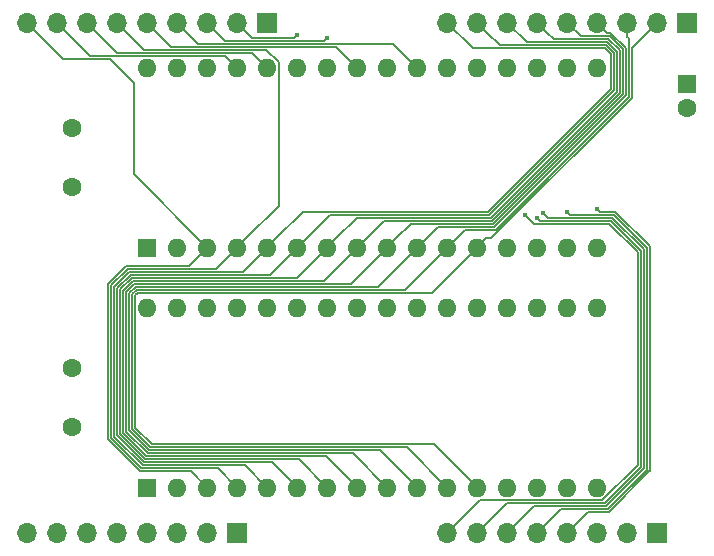
<source format=gbr>
G04 #@! TF.GenerationSoftware,KiCad,Pcbnew,(5.1.0-0)*
G04 #@! TF.CreationDate,2019-10-13T08:18:26-07:00*
G04 #@! TF.ProjectId,InstructionROMDaughterBoard,496e7374-7275-4637-9469-6f6e524f4d44,rev?*
G04 #@! TF.SameCoordinates,Original*
G04 #@! TF.FileFunction,Copper,L1,Top*
G04 #@! TF.FilePolarity,Positive*
%FSLAX46Y46*%
G04 Gerber Fmt 4.6, Leading zero omitted, Abs format (unit mm)*
G04 Created by KiCad (PCBNEW (5.1.0-0)) date 2019-10-13 08:18:26*
%MOMM*%
%LPD*%
G04 APERTURE LIST*
%ADD10C,1.600000*%
%ADD11R,1.600000X1.600000*%
%ADD12O,1.600000X1.600000*%
%ADD13O,1.700000X1.700000*%
%ADD14R,1.700000X1.700000*%
%ADD15C,0.450000*%
%ADD16C,0.127000*%
G04 APERTURE END LIST*
D10*
X170180000Y-63087000D03*
D11*
X170180000Y-61087000D03*
D12*
X124460000Y-80010000D03*
X162560000Y-95250000D03*
X127000000Y-80010000D03*
X160020000Y-95250000D03*
X129540000Y-80010000D03*
X157480000Y-95250000D03*
X132080000Y-80010000D03*
X154940000Y-95250000D03*
X134620000Y-80010000D03*
X152400000Y-95250000D03*
X137160000Y-80010000D03*
X149860000Y-95250000D03*
X139700000Y-80010000D03*
X147320000Y-95250000D03*
X142240000Y-80010000D03*
X144780000Y-95250000D03*
X144780000Y-80010000D03*
X142240000Y-95250000D03*
X147320000Y-80010000D03*
X139700000Y-95250000D03*
X149860000Y-80010000D03*
X137160000Y-95250000D03*
X152400000Y-80010000D03*
X134620000Y-95250000D03*
X154940000Y-80010000D03*
X132080000Y-95250000D03*
X157480000Y-80010000D03*
X129540000Y-95250000D03*
X160020000Y-80010000D03*
X127000000Y-95250000D03*
X162560000Y-80010000D03*
D11*
X124460000Y-95250000D03*
D12*
X124460000Y-59690000D03*
X162560000Y-74930000D03*
X127000000Y-59690000D03*
X160020000Y-74930000D03*
X129540000Y-59690000D03*
X157480000Y-74930000D03*
X132080000Y-59690000D03*
X154940000Y-74930000D03*
X134620000Y-59690000D03*
X152400000Y-74930000D03*
X137160000Y-59690000D03*
X149860000Y-74930000D03*
X139700000Y-59690000D03*
X147320000Y-74930000D03*
X142240000Y-59690000D03*
X144780000Y-74930000D03*
X144780000Y-59690000D03*
X142240000Y-74930000D03*
X147320000Y-59690000D03*
X139700000Y-74930000D03*
X149860000Y-59690000D03*
X137160000Y-74930000D03*
X152400000Y-59690000D03*
X134620000Y-74930000D03*
X154940000Y-59690000D03*
X132080000Y-74930000D03*
X157480000Y-59690000D03*
X129540000Y-74930000D03*
X160020000Y-59690000D03*
X127000000Y-74930000D03*
X162560000Y-59690000D03*
D11*
X124460000Y-74930000D03*
D13*
X114300000Y-99060000D03*
X116840000Y-99060000D03*
X119380000Y-99060000D03*
X121920000Y-99060000D03*
X124460000Y-99060000D03*
X127000000Y-99060000D03*
X129540000Y-99060000D03*
D14*
X132080000Y-99060000D03*
D13*
X149860000Y-99060000D03*
X152400000Y-99060000D03*
X154940000Y-99060000D03*
X157480000Y-99060000D03*
X160020000Y-99060000D03*
X162560000Y-99060000D03*
X165100000Y-99060000D03*
D14*
X167640000Y-99060000D03*
D13*
X114300000Y-55880000D03*
X116840000Y-55880000D03*
X119380000Y-55880000D03*
X121920000Y-55880000D03*
X124460000Y-55880000D03*
X127000000Y-55880000D03*
X129540000Y-55880000D03*
X132080000Y-55880000D03*
D14*
X134620000Y-55880000D03*
D13*
X149860000Y-55880000D03*
X152400000Y-55880000D03*
X154940000Y-55880000D03*
X157480000Y-55880000D03*
X160020000Y-55880000D03*
X162560000Y-55880000D03*
X165100000Y-55880000D03*
X167640000Y-55880000D03*
D14*
X170180000Y-55880000D03*
D10*
X118110000Y-90090000D03*
X118110000Y-85090000D03*
X118110000Y-69770000D03*
X118110000Y-64770000D03*
D15*
X139700000Y-57150000D03*
X137160000Y-56896000D03*
X156464000Y-72136000D03*
X157480000Y-72390000D03*
X157988000Y-72009000D03*
X160020000Y-71882000D03*
X162560000Y-71628000D03*
D16*
X153334472Y-71882000D02*
X137668000Y-71882000D01*
X149860000Y-55880000D02*
X152019000Y-58039000D01*
X163702923Y-58546923D02*
X163702923Y-61513549D01*
X135419999Y-74130001D02*
X134620000Y-74930000D01*
X152019000Y-58039000D02*
X163195000Y-58039000D01*
X163195000Y-58039000D02*
X163702923Y-58546923D01*
X163702923Y-61513549D02*
X153334472Y-71882000D01*
X137668000Y-71882000D02*
X135419999Y-74130001D01*
X133820001Y-75729999D02*
X134620000Y-74930000D01*
X124082716Y-93345066D02*
X121666011Y-90928361D01*
X122961414Y-76962011D02*
X132587989Y-76962011D01*
X132715066Y-93345066D02*
X124082716Y-93345066D01*
X132587989Y-76962011D02*
X133820001Y-75729999D01*
X121666011Y-78257414D02*
X122961414Y-76962011D01*
X121666011Y-90928361D02*
X121666011Y-78257414D01*
X134620000Y-95250000D02*
X132715066Y-93345066D01*
X153439697Y-72136000D02*
X163956934Y-61618763D01*
X154304989Y-57784989D02*
X153249999Y-56729999D01*
X163956934Y-58441709D02*
X163300214Y-57784989D01*
X137160000Y-74930000D02*
X139954000Y-72136000D01*
X139954000Y-72136000D02*
X153439697Y-72136000D01*
X153249999Y-56729999D02*
X152400000Y-55880000D01*
X163300214Y-57784989D02*
X154304989Y-57784989D01*
X163956934Y-61618763D02*
X163956934Y-58441709D01*
X134873978Y-77216022D02*
X123066628Y-77216022D01*
X123066628Y-77216022D02*
X121920022Y-78362628D01*
X136360001Y-94450001D02*
X137160000Y-95250000D01*
X137160000Y-74930000D02*
X134873978Y-77216022D01*
X124187930Y-93091055D02*
X135001055Y-93091055D01*
X121920022Y-78362628D02*
X121920022Y-90823147D01*
X121920022Y-90823147D02*
X124187930Y-93091055D01*
X135001055Y-93091055D02*
X136360001Y-94450001D01*
X140499999Y-74130001D02*
X139700000Y-74930000D01*
X164210945Y-61723977D02*
X153544911Y-72390011D01*
X142239989Y-72390011D02*
X140499999Y-74130001D01*
X156590978Y-57530978D02*
X163405428Y-57530978D01*
X153544911Y-72390011D02*
X142239989Y-72390011D01*
X163405428Y-57530978D02*
X164210945Y-58336495D01*
X164210945Y-58336495D02*
X164210945Y-61723977D01*
X154940000Y-55880000D02*
X156590978Y-57530978D01*
X122174033Y-90717933D02*
X122174033Y-78467842D01*
X122174033Y-78467842D02*
X123171842Y-77470033D01*
X138900001Y-75729999D02*
X139700000Y-74930000D01*
X124293144Y-92837044D02*
X122174033Y-90717933D01*
X139700000Y-95250000D02*
X137287044Y-92837044D01*
X123171842Y-77470033D02*
X137159967Y-77470033D01*
X137159967Y-77470033D02*
X138900001Y-75729999D01*
X137287044Y-92837044D02*
X124293144Y-92837044D01*
X164464956Y-58231281D02*
X163510642Y-57276967D01*
X144525978Y-72644022D02*
X153650125Y-72644022D01*
X142240000Y-74930000D02*
X144525978Y-72644022D01*
X164464956Y-61829191D02*
X164464956Y-58231281D01*
X158329999Y-56729999D02*
X157480000Y-55880000D01*
X153650125Y-72644022D02*
X164464956Y-61829191D01*
X163510642Y-57276967D02*
X158876967Y-57276967D01*
X158876967Y-57276967D02*
X158329999Y-56729999D01*
X139573033Y-92583033D02*
X141440001Y-94450001D01*
X139445956Y-77724044D02*
X123277056Y-77724044D01*
X123277056Y-77724044D02*
X122428044Y-78573056D01*
X142240000Y-74930000D02*
X139445956Y-77724044D01*
X141440001Y-94450001D02*
X142240000Y-95250000D01*
X124398358Y-92583033D02*
X139573033Y-92583033D01*
X122428044Y-78573056D02*
X122428044Y-90612719D01*
X122428044Y-90612719D02*
X124398358Y-92583033D01*
X160020000Y-55880000D02*
X161162956Y-57022956D01*
X164718967Y-58126068D02*
X164718967Y-61934405D01*
X146811967Y-72898033D02*
X145579999Y-74130001D01*
X164718967Y-61934405D02*
X153755339Y-72898033D01*
X153755339Y-72898033D02*
X146811967Y-72898033D01*
X145579999Y-74130001D02*
X144780000Y-74930000D01*
X163615856Y-57022956D02*
X164718967Y-58126068D01*
X161162956Y-57022956D02*
X163615856Y-57022956D01*
X123382270Y-77978055D02*
X141731945Y-77978055D01*
X141731945Y-77978055D02*
X143980001Y-75729999D01*
X143980001Y-75729999D02*
X144780000Y-74930000D01*
X141859022Y-92329022D02*
X124503572Y-92329022D01*
X122682055Y-78678270D02*
X123382270Y-77978055D01*
X122682055Y-90507505D02*
X122682055Y-78678270D01*
X144780000Y-95250000D02*
X141859022Y-92329022D01*
X124503572Y-92329022D02*
X122682055Y-90507505D01*
X153860553Y-73152044D02*
X164972978Y-62039619D01*
X164972978Y-62039619D02*
X164972978Y-58020854D01*
X163409999Y-56729999D02*
X162560000Y-55880000D01*
X164972978Y-58020854D02*
X163682122Y-56729999D01*
X163682122Y-56729999D02*
X163409999Y-56729999D01*
X147320000Y-74930000D02*
X149097956Y-73152044D01*
X149097956Y-73152044D02*
X153860553Y-73152044D01*
X146520001Y-94450001D02*
X147320000Y-95250000D01*
X147320000Y-74930000D02*
X144017934Y-78232066D01*
X123487484Y-78232066D02*
X122936066Y-78783484D01*
X144145011Y-92075011D02*
X146520001Y-94450001D01*
X124608786Y-92075011D02*
X144145011Y-92075011D01*
X122936066Y-90402291D02*
X124608786Y-92075011D01*
X144017934Y-78232066D02*
X123487484Y-78232066D01*
X122936066Y-78783484D02*
X122936066Y-90402291D01*
X149860000Y-74930000D02*
X151383945Y-73406055D01*
X165226989Y-57209070D02*
X165100000Y-57082081D01*
X153965767Y-73406055D02*
X165226989Y-62144833D01*
X165100000Y-57082081D02*
X165100000Y-55880000D01*
X151383945Y-73406055D02*
X153965767Y-73406055D01*
X165226989Y-62144833D02*
X165226989Y-57209070D01*
X146431000Y-91821000D02*
X124714000Y-91821000D01*
X123190077Y-90297077D02*
X123190077Y-78888698D01*
X149060001Y-75729999D02*
X149860000Y-74930000D01*
X146303923Y-78486077D02*
X149060001Y-75729999D01*
X124714000Y-91821000D02*
X123190077Y-90297077D01*
X123592698Y-78486077D02*
X146303923Y-78486077D01*
X149860000Y-95250000D02*
X146431000Y-91821000D01*
X123190077Y-78888698D02*
X123592698Y-78486077D01*
X165481000Y-62250047D02*
X153601046Y-74130001D01*
X153199999Y-74130001D02*
X152400000Y-74930000D01*
X167640000Y-55880000D02*
X165481000Y-58039000D01*
X153601046Y-74130001D02*
X153199999Y-74130001D01*
X165481000Y-58039000D02*
X165481000Y-62250047D01*
X148589912Y-78740088D02*
X123697912Y-78740088D01*
X123697912Y-78740088D02*
X123469499Y-78968501D01*
X123469499Y-78968501D02*
X123469499Y-90195499D01*
X123469499Y-90195499D02*
X124841000Y-91567000D01*
X152400000Y-74930000D02*
X148589912Y-78740088D01*
X151600001Y-94450001D02*
X152400000Y-95250000D01*
X124841000Y-91567000D02*
X148717000Y-91567000D01*
X148717000Y-91567000D02*
X151600001Y-94450001D01*
X114300000Y-55880000D02*
X117348000Y-58928000D01*
X117348000Y-58928000D02*
X121285000Y-58928000D01*
X121285000Y-58928000D02*
X123317000Y-60960000D01*
X123317000Y-68707000D02*
X129540000Y-74930000D01*
X123317000Y-60960000D02*
X123317000Y-68707000D01*
X129540000Y-74930000D02*
X128016010Y-76453990D01*
X128016010Y-76453990D02*
X122703785Y-76453991D01*
X122703785Y-76453991D02*
X121157990Y-77999786D01*
X121157990Y-77999786D02*
X121157991Y-91138789D01*
X121157991Y-91138789D02*
X123872288Y-93853084D01*
X128143084Y-93853084D02*
X129540000Y-95250000D01*
X123872288Y-93853084D02*
X128143084Y-93853084D01*
X116840000Y-55880000D02*
X119634000Y-58674000D01*
X131064000Y-58674000D02*
X132080000Y-59690000D01*
X119634000Y-58674000D02*
X131064000Y-58674000D01*
X119380000Y-55880000D02*
X121920000Y-58420000D01*
X133350000Y-58420000D02*
X134620000Y-59690000D01*
X121920000Y-58420000D02*
X133350000Y-58420000D01*
X121920000Y-55880000D02*
X124206000Y-58166000D01*
X132879999Y-74130001D02*
X132080000Y-74930000D01*
X135610501Y-59214559D02*
X135610501Y-71399499D01*
X135610501Y-71399499D02*
X132879999Y-74130001D01*
X134561942Y-58166000D02*
X135610501Y-59214559D01*
X124206000Y-58166000D02*
X134561942Y-58166000D01*
X132080000Y-95250000D02*
X130429076Y-93599076D01*
X130429076Y-93599076D02*
X123977501Y-93599075D01*
X123977501Y-93599075D02*
X121412000Y-91033574D01*
X121412000Y-91033574D02*
X121412000Y-78105000D01*
X121412000Y-78105000D02*
X122809000Y-76708000D01*
X130302000Y-76708000D02*
X132080000Y-74930000D01*
X122809000Y-76708000D02*
X130302000Y-76708000D01*
X124460000Y-55880000D02*
X126492000Y-57912000D01*
X140462000Y-57912000D02*
X142240000Y-59690000D01*
X126492000Y-57912000D02*
X140462000Y-57912000D01*
X127000000Y-55880000D02*
X128778000Y-57658000D01*
X145288000Y-57658000D02*
X147320000Y-59690000D01*
X128778000Y-57658000D02*
X145288000Y-57658000D01*
X129540000Y-55880000D02*
X131064000Y-57404000D01*
X139446000Y-57404000D02*
X139700000Y-57150000D01*
X131064000Y-57404000D02*
X139446000Y-57404000D01*
X132080000Y-55880000D02*
X133350000Y-57150000D01*
X136906000Y-57150000D02*
X137160000Y-56896000D01*
X133350000Y-57150000D02*
X136906000Y-57150000D01*
X165988978Y-93286964D02*
X163009975Y-96265967D01*
X150709999Y-98210001D02*
X149860000Y-99060000D01*
X163009975Y-96265967D02*
X152654033Y-96265967D01*
X152654033Y-96265967D02*
X150709999Y-98210001D01*
X165988978Y-75311022D02*
X163575956Y-72898000D01*
X165988978Y-75311022D02*
X165988978Y-93286964D01*
X157226000Y-72898000D02*
X156464000Y-72136000D01*
X163575956Y-72898000D02*
X157226000Y-72898000D01*
X154940022Y-96519978D02*
X163195022Y-96519978D01*
X152400000Y-99060000D02*
X154940022Y-96519978D01*
X163195022Y-96519978D02*
X166242989Y-93472011D01*
X157480000Y-72390000D02*
X157734000Y-72644000D01*
X157734000Y-72644000D02*
X163703000Y-72644000D01*
X163703000Y-72644000D02*
X166242989Y-75183989D01*
X166242989Y-93472011D02*
X166242989Y-75183989D01*
X157226011Y-96773989D02*
X163322011Y-96773989D01*
X154940000Y-99060000D02*
X157226011Y-96773989D01*
X163322011Y-96773989D02*
X166497000Y-93599000D01*
X166497000Y-93599000D02*
X166497000Y-75057000D01*
X166497000Y-75057000D02*
X163830000Y-72390000D01*
X158369000Y-72390000D02*
X157988000Y-72009000D01*
X163830000Y-72390000D02*
X158369000Y-72390000D01*
X158329999Y-98210001D02*
X157480000Y-99060000D01*
X163449000Y-97028000D02*
X159512000Y-97028000D01*
X159512000Y-97028000D02*
X158329999Y-98210001D01*
X166751000Y-93726000D02*
X163449000Y-97028000D01*
X166751000Y-93726000D02*
X166751000Y-74930000D01*
X166751000Y-74930000D02*
X163957000Y-72136000D01*
X160274000Y-72136000D02*
X160020000Y-71882000D01*
X163957000Y-72136000D02*
X160274000Y-72136000D01*
X160869999Y-98210001D02*
X160020000Y-99060000D01*
X161797989Y-97282011D02*
X160869999Y-98210001D01*
X163554214Y-97282011D02*
X161797989Y-97282011D01*
X166994113Y-93842113D02*
X167005010Y-93831214D01*
X166994113Y-93842113D02*
X163554214Y-97282011D01*
X167005010Y-93831214D02*
X167005010Y-74803010D01*
X162814000Y-71882000D02*
X162560000Y-71628000D01*
X164084000Y-71882000D02*
X162814000Y-71882000D01*
X167005010Y-74803010D02*
X164084000Y-71882000D01*
M02*

</source>
